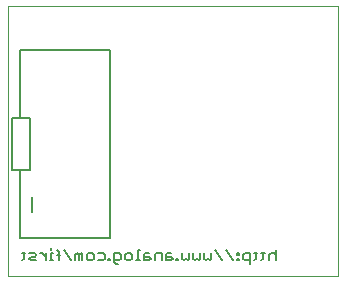
<source format=gbo>
G75*
%MOIN*%
%OFA0B0*%
%FSLAX25Y25*%
%IPPOS*%
%LPD*%
%AMOC8*
5,1,8,0,0,1.08239X$1,22.5*
%
%ADD10C,0.00000*%
%ADD11C,0.00500*%
%ADD12C,0.00800*%
D10*
X0091333Y0088903D02*
X0091333Y0178903D01*
X0201183Y0178903D01*
X0201183Y0088903D01*
X0091333Y0088903D01*
D11*
X0095881Y0094223D02*
X0096465Y0094807D01*
X0096465Y0097142D01*
X0097049Y0096559D02*
X0095881Y0096559D01*
X0098397Y0096559D02*
X0100148Y0096559D01*
X0100732Y0095975D01*
X0100148Y0095391D01*
X0098980Y0095391D01*
X0098397Y0094807D01*
X0098980Y0094223D01*
X0100732Y0094223D01*
X0102050Y0096559D02*
X0102634Y0096559D01*
X0103801Y0095391D01*
X0103801Y0094223D02*
X0103801Y0096559D01*
X0105673Y0096559D02*
X0105673Y0094223D01*
X0106257Y0094223D02*
X0105089Y0094223D01*
X0105673Y0096559D02*
X0106257Y0096559D01*
X0105673Y0097726D02*
X0105673Y0098310D01*
X0107544Y0097726D02*
X0108128Y0097142D01*
X0108128Y0094223D01*
X0108712Y0095975D02*
X0107544Y0095975D01*
X0110060Y0097726D02*
X0112395Y0094223D01*
X0113743Y0094223D02*
X0113743Y0095975D01*
X0114327Y0096559D01*
X0114911Y0095975D01*
X0114911Y0094223D01*
X0116078Y0094223D02*
X0116078Y0096559D01*
X0115494Y0096559D01*
X0114911Y0095975D01*
X0117426Y0095975D02*
X0118010Y0096559D01*
X0119178Y0096559D01*
X0119761Y0095975D01*
X0119761Y0094807D01*
X0119178Y0094223D01*
X0118010Y0094223D01*
X0117426Y0094807D01*
X0117426Y0095975D01*
X0121109Y0096559D02*
X0122861Y0096559D01*
X0123445Y0095975D01*
X0123445Y0094807D01*
X0122861Y0094223D01*
X0121109Y0094223D01*
X0124702Y0094223D02*
X0125286Y0094223D01*
X0125286Y0094807D01*
X0124702Y0094807D01*
X0124702Y0094223D01*
X0126634Y0094223D02*
X0128385Y0094223D01*
X0128969Y0094807D01*
X0128969Y0095975D01*
X0128385Y0096559D01*
X0126634Y0096559D01*
X0126634Y0093640D01*
X0127218Y0093056D01*
X0127802Y0093056D01*
X0130317Y0094807D02*
X0130317Y0095975D01*
X0130901Y0096559D01*
X0132069Y0096559D01*
X0132652Y0095975D01*
X0132652Y0094807D01*
X0132069Y0094223D01*
X0130901Y0094223D01*
X0130317Y0094807D01*
X0133940Y0094223D02*
X0135108Y0094223D01*
X0134524Y0094223D02*
X0134524Y0097726D01*
X0135108Y0097726D01*
X0136456Y0095975D02*
X0136456Y0094223D01*
X0138207Y0094223D01*
X0138791Y0094807D01*
X0138207Y0095391D01*
X0136456Y0095391D01*
X0136456Y0095975D02*
X0137040Y0096559D01*
X0138207Y0096559D01*
X0140139Y0095975D02*
X0140139Y0094223D01*
X0140139Y0095975D02*
X0140723Y0096559D01*
X0142474Y0096559D01*
X0142474Y0094223D01*
X0143822Y0094223D02*
X0145573Y0094223D01*
X0146157Y0094807D01*
X0145573Y0095391D01*
X0143822Y0095391D01*
X0143822Y0095975D02*
X0143822Y0094223D01*
X0143822Y0095975D02*
X0144406Y0096559D01*
X0145573Y0096559D01*
X0147415Y0094807D02*
X0147415Y0094223D01*
X0147999Y0094223D01*
X0147999Y0094807D01*
X0147415Y0094807D01*
X0149347Y0094807D02*
X0149347Y0096559D01*
X0149347Y0094807D02*
X0149931Y0094223D01*
X0150514Y0094807D01*
X0151098Y0094223D01*
X0151682Y0094807D01*
X0151682Y0096559D01*
X0153030Y0096559D02*
X0153030Y0094807D01*
X0153614Y0094223D01*
X0154198Y0094807D01*
X0154781Y0094223D01*
X0155365Y0094807D01*
X0155365Y0096559D01*
X0156713Y0096559D02*
X0156713Y0094807D01*
X0157297Y0094223D01*
X0157881Y0094807D01*
X0158465Y0094223D01*
X0159048Y0094807D01*
X0159048Y0096559D01*
X0160396Y0097726D02*
X0162731Y0094223D01*
X0166415Y0094223D02*
X0164079Y0097726D01*
X0167672Y0096559D02*
X0167672Y0095975D01*
X0168256Y0095975D01*
X0168256Y0096559D01*
X0167672Y0096559D01*
X0167672Y0094807D02*
X0167672Y0094223D01*
X0168256Y0094223D01*
X0168256Y0094807D01*
X0167672Y0094807D01*
X0169604Y0094807D02*
X0170188Y0094223D01*
X0171939Y0094223D01*
X0171939Y0093056D02*
X0171939Y0096559D01*
X0170188Y0096559D01*
X0169604Y0095975D01*
X0169604Y0094807D01*
X0173227Y0094223D02*
X0173811Y0094807D01*
X0173811Y0097142D01*
X0174395Y0096559D02*
X0173227Y0096559D01*
X0175683Y0096559D02*
X0176850Y0096559D01*
X0176266Y0097142D02*
X0176266Y0094807D01*
X0175683Y0094223D01*
X0178198Y0094223D02*
X0178198Y0095975D01*
X0178782Y0096559D01*
X0179950Y0096559D01*
X0180533Y0095975D01*
X0180533Y0097726D02*
X0180533Y0094223D01*
D12*
X0125333Y0101651D02*
X0125333Y0164151D01*
X0095333Y0164151D01*
X0095333Y0141651D01*
X0092617Y0141563D02*
X0098522Y0141563D01*
X0098522Y0124240D01*
X0092617Y0124240D01*
X0092617Y0141563D01*
X0095333Y0124151D02*
X0095333Y0101651D01*
X0125333Y0101651D01*
X0099408Y0110401D02*
X0099408Y0115401D01*
M02*

</source>
